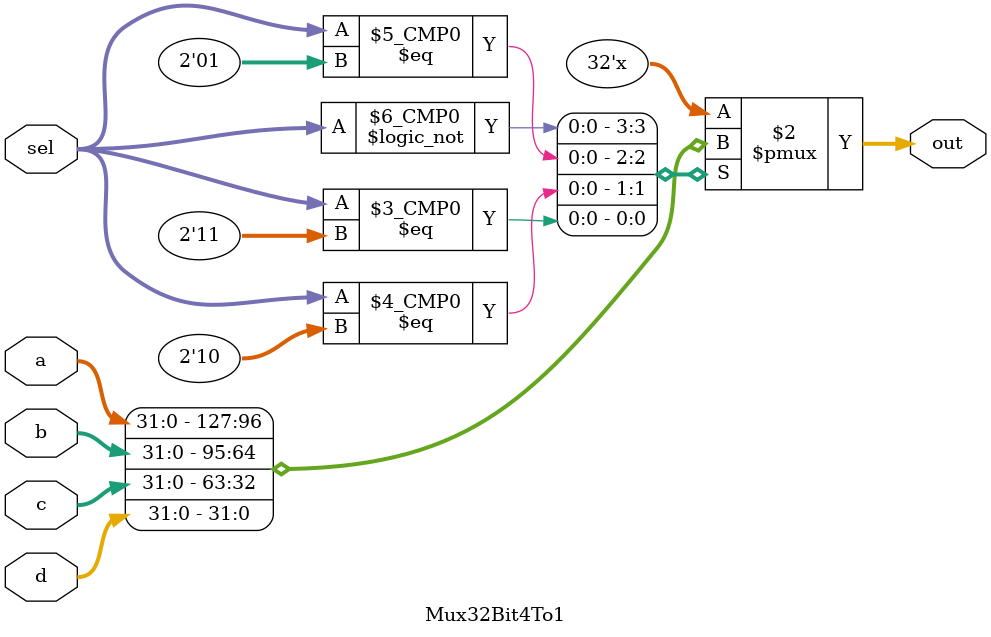
<source format=v>
`timescale 1ns / 1ps


module Mux32Bit4To1(out, a, b, c, d, sel);
    input [31:0] a, b, c, d;
    input [1:0] sel;
    output reg [31:0] out;
    
    
    always @(*) begin
    case (sel)
    0:out<=a ;
    1:out<=b ;
    2:out<=c ;
    3:out<=d ;
    endcase
    end
    
    
endmodule

</source>
